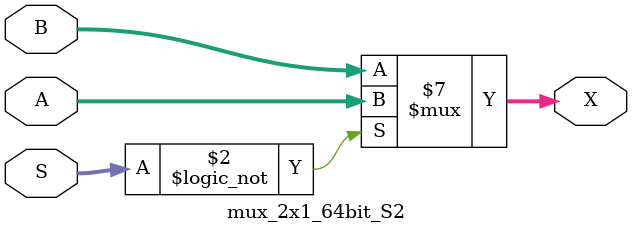
<source format=v>
module mux_2x1_64bit_S2 (
    input [63:0] A, B,
    input [1:0] S,
    output reg [63:0] X
);

always @ (*) 
    begin
        if (S == 2'b00)
            X <= A;
        else if (S == 2'b11)
            X <= B;
        else // 2'b10
            X <= B;
    end
endmodule
</source>
